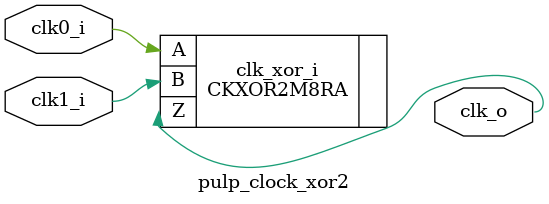
<source format=sv>


// High VT
// CKXOR2M1SA, CKXOR2M2SA, CKXOR2M4SA
// CKXOR2M8SA, CKXOR2M12SA

module pulp_clock_xor2
  (
   input  logic clk0_i,
   input  logic clk1_i,
   output logic clk_o
   );
   

   CKXOR2M8RA
     clk_xor_i (
		.Z(clk_o),
		.A(clk0_i),
		.B(clk1_i) 
		);

   
endmodule

</source>
